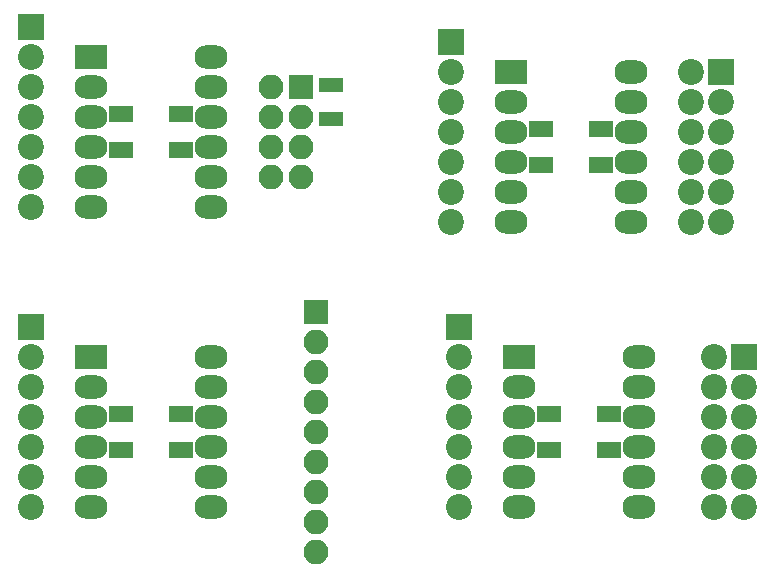
<source format=gbr>
G04 #@! TF.FileFunction,Soldermask,Top*
%FSLAX46Y46*%
G04 Gerber Fmt 4.6, Leading zero omitted, Abs format (unit mm)*
G04 Created by KiCad (PCBNEW 4.0.7) date 08/25/18 10:55:44*
%MOMM*%
%LPD*%
G01*
G04 APERTURE LIST*
%ADD10C,0.100000*%
%ADD11C,2.200000*%
%ADD12R,2.200000X2.200000*%
%ADD13R,2.000000X1.400000*%
%ADD14R,2.800000X2.000000*%
%ADD15O,2.800000X2.000000*%
%ADD16R,2.100000X2.100000*%
%ADD17O,2.100000X2.100000*%
%ADD18R,2.100000X1.300000*%
G04 APERTURE END LIST*
D10*
D11*
X147955000Y-106680000D03*
X147955000Y-104140000D03*
D12*
X147955000Y-91440000D03*
D11*
X147955000Y-93980000D03*
X147955000Y-96520000D03*
X147955000Y-99060000D03*
X147955000Y-101600000D03*
X169545000Y-106680000D03*
X172085000Y-106680000D03*
D12*
X172085000Y-93980000D03*
D11*
X169545000Y-93980000D03*
X172085000Y-96520000D03*
X169545000Y-96520000D03*
X172085000Y-99060000D03*
X169545000Y-99060000D03*
X172085000Y-101600000D03*
X169545000Y-101600000D03*
X172085000Y-104140000D03*
X169545000Y-104140000D03*
X167640000Y-82550000D03*
X170180000Y-82550000D03*
D12*
X170180000Y-69850000D03*
D11*
X167640000Y-69850000D03*
X170180000Y-72390000D03*
X167640000Y-72390000D03*
X170180000Y-74930000D03*
X167640000Y-74930000D03*
X170180000Y-77470000D03*
X167640000Y-77470000D03*
X170180000Y-80010000D03*
X167640000Y-80010000D03*
X111760000Y-106680000D03*
X111760000Y-104140000D03*
D12*
X111760000Y-91440000D03*
D11*
X111760000Y-93980000D03*
X111760000Y-96520000D03*
X111760000Y-99060000D03*
X111760000Y-101600000D03*
X147320000Y-82550000D03*
X147320000Y-80010000D03*
D12*
X147320000Y-67310000D03*
D11*
X147320000Y-69850000D03*
X147320000Y-72390000D03*
X147320000Y-74930000D03*
X147320000Y-77470000D03*
X111760000Y-81280000D03*
X111760000Y-78740000D03*
D12*
X111760000Y-66040000D03*
D11*
X111760000Y-68580000D03*
X111760000Y-71120000D03*
X111760000Y-73660000D03*
X111760000Y-76200000D03*
D13*
X119380000Y-73430000D03*
X119380000Y-76430000D03*
X124460000Y-73430000D03*
X124460000Y-76430000D03*
X154940000Y-74700000D03*
X154940000Y-77700000D03*
X160020000Y-74700000D03*
X160020000Y-77700000D03*
D14*
X116840000Y-68580000D03*
D15*
X116840000Y-71120000D03*
X116840000Y-73660000D03*
X116840000Y-76200000D03*
X116840000Y-78740000D03*
X116840000Y-81280000D03*
X127000000Y-81280000D03*
X127000000Y-78740000D03*
X127000000Y-76200000D03*
X127000000Y-73660000D03*
X127000000Y-71120000D03*
X127000000Y-68580000D03*
D14*
X152400000Y-69850000D03*
D15*
X152400000Y-72390000D03*
X152400000Y-74930000D03*
X152400000Y-77470000D03*
X152400000Y-80010000D03*
X152400000Y-82550000D03*
X162560000Y-82550000D03*
X162560000Y-80010000D03*
X162560000Y-77470000D03*
X162560000Y-74930000D03*
X162560000Y-72390000D03*
X162560000Y-69850000D03*
D16*
X134620000Y-71120000D03*
D17*
X132080000Y-71120000D03*
X134620000Y-73660000D03*
X132080000Y-73660000D03*
X134620000Y-76200000D03*
X132080000Y-76200000D03*
X134620000Y-78740000D03*
X132080000Y-78740000D03*
D18*
X137160000Y-73840000D03*
X137160000Y-70940000D03*
D13*
X119380000Y-98830000D03*
X119380000Y-101830000D03*
X124460000Y-98830000D03*
X124460000Y-101830000D03*
D14*
X116840000Y-93980000D03*
D15*
X116840000Y-96520000D03*
X116840000Y-99060000D03*
X116840000Y-101600000D03*
X116840000Y-104140000D03*
X116840000Y-106680000D03*
X127000000Y-106680000D03*
X127000000Y-104140000D03*
X127000000Y-101600000D03*
X127000000Y-99060000D03*
X127000000Y-96520000D03*
X127000000Y-93980000D03*
D16*
X135890000Y-90170000D03*
D17*
X135890000Y-92710000D03*
X135890000Y-95250000D03*
X135890000Y-97790000D03*
X135890000Y-100330000D03*
X135890000Y-102870000D03*
X135890000Y-105410000D03*
X135890000Y-107950000D03*
X135890000Y-110490000D03*
D13*
X155575000Y-98830000D03*
X155575000Y-101830000D03*
X160655000Y-98830000D03*
X160655000Y-101830000D03*
D14*
X153035000Y-93980000D03*
D15*
X153035000Y-96520000D03*
X153035000Y-99060000D03*
X153035000Y-101600000D03*
X153035000Y-104140000D03*
X153035000Y-106680000D03*
X163195000Y-106680000D03*
X163195000Y-104140000D03*
X163195000Y-101600000D03*
X163195000Y-99060000D03*
X163195000Y-96520000D03*
X163195000Y-93980000D03*
M02*

</source>
